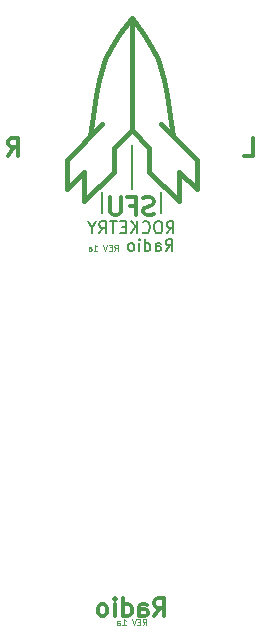
<source format=gbo>
G04 #@! TF.FileFunction,Legend,Bot*
%FSLAX46Y46*%
G04 Gerber Fmt 4.6, Leading zero omitted, Abs format (unit mm)*
G04 Created by KiCad (PCBNEW 4.0.7) date 07/17/18 20:37:52*
%MOMM*%
%LPD*%
G01*
G04 APERTURE LIST*
%ADD10C,0.100000*%
%ADD11C,0.400000*%
%ADD12C,0.300000*%
%ADD13C,0.125000*%
%ADD14C,0.200000*%
G04 APERTURE END LIST*
D10*
D11*
X99000000Y-76800000D02*
X100000000Y-75500000D01*
X101000000Y-76800000D02*
X100000000Y-75500000D01*
D12*
X109535714Y-87178571D02*
X110250000Y-87178571D01*
X110250000Y-85678571D01*
X89535714Y-87178571D02*
X90035714Y-86464286D01*
X90392857Y-87178571D02*
X90392857Y-85678571D01*
X89821429Y-85678571D01*
X89678571Y-85750000D01*
X89607143Y-85821429D01*
X89535714Y-85964286D01*
X89535714Y-86178571D01*
X89607143Y-86321429D01*
X89678571Y-86392857D01*
X89821429Y-86464286D01*
X90392857Y-86464286D01*
D13*
X100940475Y-126926190D02*
X101107142Y-126688095D01*
X101226189Y-126926190D02*
X101226189Y-126426190D01*
X101035713Y-126426190D01*
X100988094Y-126450000D01*
X100964285Y-126473810D01*
X100940475Y-126521429D01*
X100940475Y-126592857D01*
X100964285Y-126640476D01*
X100988094Y-126664286D01*
X101035713Y-126688095D01*
X101226189Y-126688095D01*
X100726189Y-126664286D02*
X100559523Y-126664286D01*
X100488094Y-126926190D02*
X100726189Y-126926190D01*
X100726189Y-126426190D01*
X100488094Y-126426190D01*
X100345237Y-126426190D02*
X100178570Y-126926190D01*
X100011904Y-126426190D01*
X99202381Y-126926190D02*
X99488095Y-126926190D01*
X99345238Y-126926190D02*
X99345238Y-126426190D01*
X99392857Y-126497619D01*
X99440476Y-126545238D01*
X99488095Y-126569048D01*
X98773810Y-126926190D02*
X98773810Y-126664286D01*
X98797619Y-126616667D01*
X98845238Y-126592857D01*
X98940476Y-126592857D01*
X98988095Y-126616667D01*
X98773810Y-126902381D02*
X98821429Y-126926190D01*
X98940476Y-126926190D01*
X98988095Y-126902381D01*
X99011905Y-126854762D01*
X99011905Y-126807143D01*
X98988095Y-126759524D01*
X98940476Y-126735714D01*
X98821429Y-126735714D01*
X98773810Y-126711905D01*
D12*
X101928571Y-126178571D02*
X102428571Y-125464286D01*
X102785714Y-126178571D02*
X102785714Y-124678571D01*
X102214286Y-124678571D01*
X102071428Y-124750000D01*
X102000000Y-124821429D01*
X101928571Y-124964286D01*
X101928571Y-125178571D01*
X102000000Y-125321429D01*
X102071428Y-125392857D01*
X102214286Y-125464286D01*
X102785714Y-125464286D01*
X100642857Y-126178571D02*
X100642857Y-125392857D01*
X100714286Y-125250000D01*
X100857143Y-125178571D01*
X101142857Y-125178571D01*
X101285714Y-125250000D01*
X100642857Y-126107143D02*
X100785714Y-126178571D01*
X101142857Y-126178571D01*
X101285714Y-126107143D01*
X101357143Y-125964286D01*
X101357143Y-125821429D01*
X101285714Y-125678571D01*
X101142857Y-125607143D01*
X100785714Y-125607143D01*
X100642857Y-125535714D01*
X99285714Y-126178571D02*
X99285714Y-124678571D01*
X99285714Y-126107143D02*
X99428571Y-126178571D01*
X99714285Y-126178571D01*
X99857143Y-126107143D01*
X99928571Y-126035714D01*
X100000000Y-125892857D01*
X100000000Y-125464286D01*
X99928571Y-125321429D01*
X99857143Y-125250000D01*
X99714285Y-125178571D01*
X99428571Y-125178571D01*
X99285714Y-125250000D01*
X98571428Y-126178571D02*
X98571428Y-125178571D01*
X98571428Y-124678571D02*
X98642857Y-124750000D01*
X98571428Y-124821429D01*
X98500000Y-124750000D01*
X98571428Y-124678571D01*
X98571428Y-124821429D01*
X97642856Y-126178571D02*
X97785714Y-126107143D01*
X97857142Y-126035714D01*
X97928571Y-125892857D01*
X97928571Y-125464286D01*
X97857142Y-125321429D01*
X97785714Y-125250000D01*
X97642856Y-125178571D01*
X97428571Y-125178571D01*
X97285714Y-125250000D01*
X97214285Y-125321429D01*
X97142856Y-125464286D01*
X97142856Y-125892857D01*
X97214285Y-126035714D01*
X97285714Y-126107143D01*
X97428571Y-126178571D01*
X97642856Y-126178571D01*
D11*
X101500000Y-88547116D02*
X104000000Y-91047116D01*
D14*
X102500000Y-92047116D02*
X102500000Y-90297116D01*
D11*
X101500000Y-86547116D02*
X101500000Y-88547116D01*
X104000000Y-91047116D02*
X104000000Y-88547116D01*
D14*
X102976190Y-93752381D02*
X103309524Y-93276190D01*
X103547619Y-93752381D02*
X103547619Y-92752381D01*
X103166666Y-92752381D01*
X103071428Y-92800000D01*
X103023809Y-92847619D01*
X102976190Y-92942857D01*
X102976190Y-93085714D01*
X103023809Y-93180952D01*
X103071428Y-93228571D01*
X103166666Y-93276190D01*
X103547619Y-93276190D01*
X102357143Y-92752381D02*
X102166666Y-92752381D01*
X102071428Y-92800000D01*
X101976190Y-92895238D01*
X101928571Y-93085714D01*
X101928571Y-93419048D01*
X101976190Y-93609524D01*
X102071428Y-93704762D01*
X102166666Y-93752381D01*
X102357143Y-93752381D01*
X102452381Y-93704762D01*
X102547619Y-93609524D01*
X102595238Y-93419048D01*
X102595238Y-93085714D01*
X102547619Y-92895238D01*
X102452381Y-92800000D01*
X102357143Y-92752381D01*
X100928571Y-93657143D02*
X100976190Y-93704762D01*
X101119047Y-93752381D01*
X101214285Y-93752381D01*
X101357143Y-93704762D01*
X101452381Y-93609524D01*
X101500000Y-93514286D01*
X101547619Y-93323810D01*
X101547619Y-93180952D01*
X101500000Y-92990476D01*
X101452381Y-92895238D01*
X101357143Y-92800000D01*
X101214285Y-92752381D01*
X101119047Y-92752381D01*
X100976190Y-92800000D01*
X100928571Y-92847619D01*
X100500000Y-93752381D02*
X100500000Y-92752381D01*
X99928571Y-93752381D02*
X100357143Y-93180952D01*
X99928571Y-92752381D02*
X100500000Y-93323810D01*
X99500000Y-93228571D02*
X99166666Y-93228571D01*
X99023809Y-93752381D02*
X99500000Y-93752381D01*
X99500000Y-92752381D01*
X99023809Y-92752381D01*
X98738095Y-92752381D02*
X98166666Y-92752381D01*
X98452381Y-93752381D02*
X98452381Y-92752381D01*
X97261904Y-93752381D02*
X97595238Y-93276190D01*
X97833333Y-93752381D02*
X97833333Y-92752381D01*
X97452380Y-92752381D01*
X97357142Y-92800000D01*
X97309523Y-92847619D01*
X97261904Y-92942857D01*
X97261904Y-93085714D01*
X97309523Y-93180952D01*
X97357142Y-93228571D01*
X97452380Y-93276190D01*
X97833333Y-93276190D01*
X96642857Y-93276190D02*
X96642857Y-93752381D01*
X96976190Y-92752381D02*
X96642857Y-93276190D01*
X96309523Y-92752381D01*
D13*
X98540475Y-95226190D02*
X98707142Y-94988095D01*
X98826189Y-95226190D02*
X98826189Y-94726190D01*
X98635713Y-94726190D01*
X98588094Y-94750000D01*
X98564285Y-94773810D01*
X98540475Y-94821429D01*
X98540475Y-94892857D01*
X98564285Y-94940476D01*
X98588094Y-94964286D01*
X98635713Y-94988095D01*
X98826189Y-94988095D01*
X98326189Y-94964286D02*
X98159523Y-94964286D01*
X98088094Y-95226190D02*
X98326189Y-95226190D01*
X98326189Y-94726190D01*
X98088094Y-94726190D01*
X97945237Y-94726190D02*
X97778570Y-95226190D01*
X97611904Y-94726190D01*
X96802381Y-95226190D02*
X97088095Y-95226190D01*
X96945238Y-95226190D02*
X96945238Y-94726190D01*
X96992857Y-94797619D01*
X97040476Y-94845238D01*
X97088095Y-94869048D01*
X96373810Y-95226190D02*
X96373810Y-94964286D01*
X96397619Y-94916667D01*
X96445238Y-94892857D01*
X96540476Y-94892857D01*
X96588095Y-94916667D01*
X96373810Y-95202381D02*
X96421429Y-95226190D01*
X96540476Y-95226190D01*
X96588095Y-95202381D01*
X96611905Y-95154762D01*
X96611905Y-95107143D01*
X96588095Y-95059524D01*
X96540476Y-95035714D01*
X96421429Y-95035714D01*
X96373810Y-95011905D01*
D14*
X102885714Y-95252381D02*
X103219048Y-94776190D01*
X103457143Y-95252381D02*
X103457143Y-94252381D01*
X103076190Y-94252381D01*
X102980952Y-94300000D01*
X102933333Y-94347619D01*
X102885714Y-94442857D01*
X102885714Y-94585714D01*
X102933333Y-94680952D01*
X102980952Y-94728571D01*
X103076190Y-94776190D01*
X103457143Y-94776190D01*
X102028571Y-95252381D02*
X102028571Y-94728571D01*
X102076190Y-94633333D01*
X102171428Y-94585714D01*
X102361905Y-94585714D01*
X102457143Y-94633333D01*
X102028571Y-95204762D02*
X102123809Y-95252381D01*
X102361905Y-95252381D01*
X102457143Y-95204762D01*
X102504762Y-95109524D01*
X102504762Y-95014286D01*
X102457143Y-94919048D01*
X102361905Y-94871429D01*
X102123809Y-94871429D01*
X102028571Y-94823810D01*
X101123809Y-95252381D02*
X101123809Y-94252381D01*
X101123809Y-95204762D02*
X101219047Y-95252381D01*
X101409524Y-95252381D01*
X101504762Y-95204762D01*
X101552381Y-95157143D01*
X101600000Y-95061905D01*
X101600000Y-94776190D01*
X101552381Y-94680952D01*
X101504762Y-94633333D01*
X101409524Y-94585714D01*
X101219047Y-94585714D01*
X101123809Y-94633333D01*
X100647619Y-95252381D02*
X100647619Y-94585714D01*
X100647619Y-94252381D02*
X100695238Y-94300000D01*
X100647619Y-94347619D01*
X100600000Y-94300000D01*
X100647619Y-94252381D01*
X100647619Y-94347619D01*
X100028572Y-95252381D02*
X100123810Y-95204762D01*
X100171429Y-95157143D01*
X100219048Y-95061905D01*
X100219048Y-94776190D01*
X100171429Y-94680952D01*
X100123810Y-94633333D01*
X100028572Y-94585714D01*
X99885714Y-94585714D01*
X99790476Y-94633333D01*
X99742857Y-94680952D01*
X99695238Y-94776190D01*
X99695238Y-95061905D01*
X99742857Y-95157143D01*
X99790476Y-95204762D01*
X99885714Y-95252381D01*
X100028572Y-95252381D01*
X97500000Y-90297116D02*
X97500000Y-92047116D01*
D12*
X101857143Y-92154259D02*
X101642857Y-92225687D01*
X101285714Y-92225687D01*
X101142857Y-92154259D01*
X101071428Y-92082830D01*
X101000000Y-91939973D01*
X101000000Y-91797116D01*
X101071428Y-91654259D01*
X101142857Y-91582830D01*
X101285714Y-91511402D01*
X101571428Y-91439973D01*
X101714286Y-91368545D01*
X101785714Y-91297116D01*
X101857143Y-91154259D01*
X101857143Y-91011402D01*
X101785714Y-90868545D01*
X101714286Y-90797116D01*
X101571428Y-90725687D01*
X101214286Y-90725687D01*
X101000000Y-90797116D01*
X99857143Y-91439973D02*
X100357143Y-91439973D01*
X100357143Y-92225687D02*
X100357143Y-90725687D01*
X99642857Y-90725687D01*
X99071429Y-90725687D02*
X99071429Y-91939973D01*
X99000001Y-92082830D01*
X98928572Y-92154259D01*
X98785715Y-92225687D01*
X98500001Y-92225687D01*
X98357143Y-92154259D01*
X98285715Y-92082830D01*
X98214286Y-91939973D01*
X98214286Y-90725687D01*
D11*
X94500000Y-90047116D02*
X94500000Y-87547116D01*
X96000000Y-88547116D02*
X96000000Y-91047116D01*
X96000000Y-91047116D02*
X98500000Y-88547116D01*
X94500000Y-90047116D02*
X96000000Y-88547116D01*
X98500000Y-88547116D02*
X98500000Y-86547116D01*
X98250000Y-78047116D02*
X97750000Y-79047116D01*
X97750000Y-79047116D02*
X97250000Y-80797116D01*
X100000000Y-75547116D02*
X100000000Y-85047116D01*
X99000000Y-76797116D02*
X98250000Y-78047116D01*
X97000000Y-82047116D02*
X97250000Y-80797116D01*
X96750000Y-83797116D02*
X97000000Y-82047116D01*
X103500000Y-85547116D02*
X103250000Y-83797116D01*
X103000000Y-82047116D02*
X102750000Y-80797116D01*
X103250000Y-83797116D02*
X103000000Y-82047116D01*
X96500000Y-85547116D02*
X96750000Y-83797116D01*
X101750000Y-78047116D02*
X101000000Y-76797116D01*
X102750000Y-80797116D02*
X102250000Y-79047116D01*
X102250000Y-79047116D02*
X101750000Y-78047116D01*
D14*
X100000000Y-86297116D02*
X100000000Y-90047116D01*
D11*
X104000000Y-88547116D02*
X105500000Y-90047116D01*
X105500000Y-90047116D02*
X105500000Y-87547116D01*
X100000000Y-85047116D02*
X101500000Y-86547116D01*
X105500000Y-87547116D02*
X102500000Y-84547116D01*
X100000000Y-85047116D02*
X98500000Y-86547116D01*
X97500000Y-84547116D02*
X94500000Y-87547116D01*
M02*

</source>
